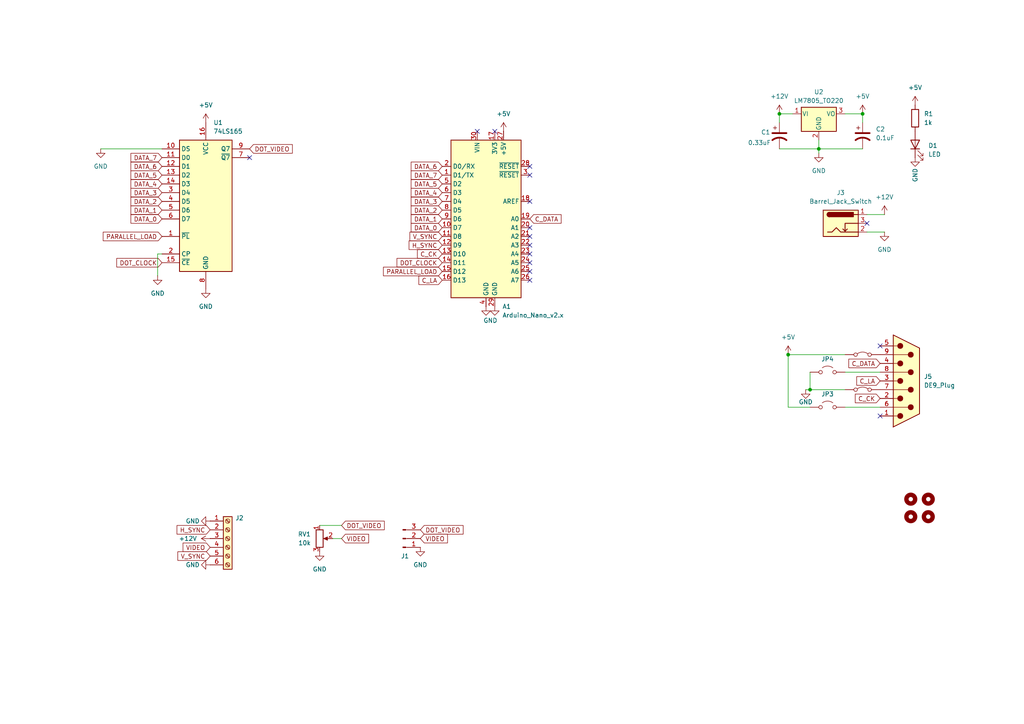
<source format=kicad_sch>
(kicad_sch (version 20231120) (generator "eeschema") (generator_version "8.0")
  (paper "A4")
  (lib_symbols
    (symbol "74xx:74LS165"
      (property "Reference" "U" (at -7.62 19.05 0))
      (property "Value" "74LS165" (at -7.62 -21.59 0))
      (symbol "74LS165_1_0"
        (pin input line (at -12.7 -10.16 0) (length 5.08) (name "~{PL}") (number "1"))
        (pin input line (at -12.7 15.24 0) (length 5.08) (name "DS") (number "10"))
        (pin input line (at -12.7 12.7 0) (length 5.08) (name "D0") (number "11"))
        (pin input line (at -12.7 10.16 0) (length 5.08) (name "D1") (number "12"))
        (pin input line (at -12.7 7.62 0) (length 5.08) (name "D2") (number "13"))
        (pin input line (at -12.7 5.08 0) (length 5.08) (name "D3") (number "14"))
        (pin input line (at -12.7 -17.78 0) (length 5.08) (name "~{CE}") (number "15"))
        (pin power_in line (at 0 22.86 270) (length 5.08) (name "VCC") (number "16"))
        (pin input line (at -12.7 -15.24 0) (length 5.08) (name "CP") (number "2"))
        (pin input line (at -12.7 2.54 0) (length 5.08) (name "D4") (number "3"))
        (pin input line (at -12.7 0 0) (length 5.08) (name "D5") (number "4"))
        (pin input line (at -12.7 -2.54 0) (length 5.08) (name "D6") (number "5"))
        (pin input line (at -12.7 -5.08 0) (length 5.08) (name "D7") (number "6"))
        (pin output line (at 12.7 12.7 180) (length 5.08) (name "~{Q7}") (number "7"))
        (pin power_in line (at 0 -25.4 90) (length 5.08) (name "GND") (number "8"))
        (pin output line (at 12.7 15.24 180) (length 5.08) (name "Q7") (number "9"))
      )
      (symbol "74LS165_1_1"
        (rectangle (start -7.62 17.78) (end 7.62 -20.32) (stroke (width 0.254)) (fill (type background)))
      )
    )
    (symbol "Connector:Barrel_Jack_Switch" (pin_names hide)
      (property "Reference" "J" (at 0 5.334 0))
      (property "Value" "Barrel_Jack_Switch" (at 0 -5.08 0))
      (symbol "Barrel_Jack_Switch_0_1"
        (rectangle (start -5.08 3.81) (end 5.08 -3.81) (stroke (width 0.254)) (fill (type background)))
        (arc (start -3.302 3.175) (mid -3.9343 2.54) (end -3.302 1.905) (stroke (width 0.254)))
        (arc (start -3.302 3.175) (mid -3.9343 2.54) (end -3.302 1.905) (stroke (width 0.254)) (fill (type outline)))
        (polyline (pts (xy 1.27 -2.286) (xy 1.905 -1.651)) (stroke (width 0.254)))
        (polyline (pts (xy 5.08 2.54) (xy 3.81 2.54)) (stroke (width 0.254)))
        (polyline (pts (xy 5.08 0) (xy 1.27 0) (xy 1.27 -2.286) (xy 0.635 -1.651)) (stroke (width 0.254)))
        (polyline (pts (xy -3.81 -2.54) (xy -2.54 -2.54) (xy -1.27 -1.27) (xy 0 -2.54) (xy 2.54 -2.54) (xy 5.08 -2.54)) (stroke (width 0.254)))
        (rectangle (start 3.683 3.175) (end -3.302 1.905) (stroke (width 0.254)) (fill (type outline)))
      )
      (symbol "Barrel_Jack_Switch_1_1"
        (pin passive line (at 7.62 2.54 180) (length 2.54) (name "~") (number "1"))
        (pin passive line (at 7.62 -2.54 180) (length 2.54) (name "~") (number "2"))
        (pin passive line (at 7.62 0 180) (length 2.54) (name "~") (number "3"))
      )
    )
    (symbol "Connector:Conn_01x03_Pin" (pin_names (offset 1.016) hide)
      (property "Reference" "J" (at 0 5.08 0))
      (property "Value" "Conn_01x03_Pin" (at 0 -5.08 0))
      (symbol "Conn_01x03_Pin_1_1"
        (polyline (pts (xy 1.27 -2.54) (xy 0.8636 -2.54)) (stroke (width 0.1524)))
        (polyline (pts (xy 1.27 0) (xy 0.8636 0)) (stroke (width 0.1524)))
        (polyline (pts (xy 1.27 2.54) (xy 0.8636 2.54)) (stroke (width 0.1524)))
        (rectangle (start 0.8636 -2.413) (end 0 -2.667) (stroke (width 0.1524)) (fill (type outline)))
        (rectangle (start 0.8636 0.127) (end 0 -0.127) (stroke (width 0.1524)) (fill (type outline)))
        (rectangle (start 0.8636 2.667) (end 0 2.413) (stroke (width 0.1524)) (fill (type outline)))
        (pin passive line (at 5.08 2.54 180) (length 3.81) (name "Pin_1") (number "1"))
        (pin passive line (at 5.08 0 180) (length 3.81) (name "Pin_2") (number "2"))
        (pin passive line (at 5.08 -2.54 180) (length 3.81) (name "Pin_3") (number "3"))
      )
    )
    (symbol "Connector:DE9_Plug" (pin_names (offset 1.016) hide)
      (property "Reference" "J" (at 0 13.97 0))
      (property "Value" "DE9_Plug" (at 0 -14.605 0))
      (symbol "DE9_Plug_0_1"
        (circle (center -1.778 -10.16) (radius 0.762) (fill (type outline)))
        (circle (center -1.778 -5.08) (radius 0.762) (fill (type outline)))
        (circle (center -1.778 0) (radius 0.762) (fill (type outline)))
        (circle (center -1.778 5.08) (radius 0.762) (fill (type outline)))
        (circle (center -1.778 10.16) (radius 0.762) (fill (type outline)))
        (polyline (pts (xy -3.81 -10.16) (xy -2.54 -10.16)))
        (polyline (pts (xy -3.81 -7.62) (xy 0.508 -7.62)))
        (polyline (pts (xy -3.81 -5.08) (xy -2.54 -5.08)))
        (polyline (pts (xy -3.81 -2.54) (xy 0.508 -2.54)))
        (polyline (pts (xy -3.81 0) (xy -2.54 0)))
        (polyline (pts (xy -3.81 2.54) (xy 0.508 2.54)))
        (polyline (pts (xy -3.81 5.08) (xy -2.54 5.08)))
        (polyline (pts (xy -3.81 7.62) (xy 0.508 7.62)))
        (polyline (pts (xy -3.81 10.16) (xy -2.54 10.16)))
        (polyline (pts (xy -3.81 -13.335) (xy -3.81 13.335) (xy 3.81 9.525) (xy 3.81 -9.525) (xy -3.81 -13.335)) (stroke (width 0.254)) (fill (type background)))
        (circle (center 1.27 -7.62) (radius 0.762) (fill (type outline)))
        (circle (center 1.27 -2.54) (radius 0.762) (fill (type outline)))
        (circle (center 1.27 2.54) (radius 0.762) (fill (type outline)))
        (circle (center 1.27 7.62) (radius 0.762) (fill (type outline)))
      )
      (symbol "DE9_Plug_1_1"
        (pin passive line (at -7.62 -10.16 0) (length 3.81) (name "1") (number "1"))
        (pin passive line (at -7.62 -5.08 0) (length 3.81) (name "2") (number "2"))
        (pin passive line (at -7.62 0 0) (length 3.81) (name "3") (number "3"))
        (pin passive line (at -7.62 5.08 0) (length 3.81) (name "4") (number "4"))
        (pin passive line (at -7.62 10.16 0) (length 3.81) (name "5") (number "5"))
        (pin passive line (at -7.62 -7.62 0) (length 3.81) (name "6") (number "6"))
        (pin passive line (at -7.62 -2.54 0) (length 3.81) (name "7") (number "7"))
        (pin passive line (at -7.62 2.54 0) (length 3.81) (name "8") (number "8"))
        (pin passive line (at -7.62 7.62 0) (length 3.81) (name "9") (number "9"))
      )
    )
    (symbol "Connector:Screw_Terminal_01x06" (pin_names (offset 1.016) hide)
      (property "Reference" "J" (at 0 7.62 0))
      (property "Value" "Screw_Terminal_01x06" (at 0 -10.16 0))
      (symbol "Screw_Terminal_01x06_1_1"
        (rectangle (start -1.27 6.35) (end 1.27 -8.89) (stroke (width 0.254)) (fill (type background)))
        (circle (center 0 -7.62) (radius 0.635) (stroke (width 0.1524)))
        (circle (center 0 -5.08) (radius 0.635) (stroke (width 0.1524)))
        (circle (center 0 -2.54) (radius 0.635) (stroke (width 0.1524)))
        (polyline (pts (xy -0.5334 -7.2898) (xy 0.3302 -8.128)) (stroke (width 0.1524)))
        (polyline (pts (xy -0.5334 -4.7498) (xy 0.3302 -5.588)) (stroke (width 0.1524)))
        (polyline (pts (xy -0.5334 -2.2098) (xy 0.3302 -3.048)) (stroke (width 0.1524)))
        (polyline (pts (xy -0.5334 0.3302) (xy 0.3302 -0.508)) (stroke (width 0.1524)))
        (polyline (pts (xy -0.5334 2.8702) (xy 0.3302 2.032)) (stroke (width 0.1524)))
        (polyline (pts (xy -0.5334 5.4102) (xy 0.3302 4.572)) (stroke (width 0.1524)))
        (polyline (pts (xy -0.3556 -7.112) (xy 0.508 -7.9502)) (stroke (width 0.1524)))
        (polyline (pts (xy -0.3556 -4.572) (xy 0.508 -5.4102)) (stroke (width 0.1524)))
        (polyline (pts (xy -0.3556 -2.032) (xy 0.508 -2.8702)) (stroke (width 0.1524)))
        (polyline (pts (xy -0.3556 0.508) (xy 0.508 -0.3302)) (stroke (width 0.1524)))
        (polyline (pts (xy -0.3556 3.048) (xy 0.508 2.2098)) (stroke (width 0.1524)))
        (polyline (pts (xy -0.3556 5.588) (xy 0.508 4.7498)) (stroke (width 0.1524)))
        (circle (center 0 0) (radius 0.635) (stroke (width 0.1524)))
        (circle (center 0 2.54) (radius 0.635) (stroke (width 0.1524)))
        (circle (center 0 5.08) (radius 0.635) (stroke (width 0.1524)))
        (pin passive line (at -5.08 5.08 0) (length 3.81) (name "Pin_1") (number "1"))
        (pin passive line (at -5.08 2.54 0) (length 3.81) (name "Pin_2") (number "2"))
        (pin passive line (at -5.08 0 0) (length 3.81) (name "Pin_3") (number "3"))
        (pin passive line (at -5.08 -2.54 0) (length 3.81) (name "Pin_4") (number "4"))
        (pin passive line (at -5.08 -5.08 0) (length 3.81) (name "Pin_5") (number "5"))
        (pin passive line (at -5.08 -7.62 0) (length 3.81) (name "Pin_6") (number "6"))
      )
    )
    (symbol "Device:C_Polarized_US" (pin_numbers hide) (pin_names (offset 0.254) hide)
      (property "Reference" "C" (at 0.635 2.54 0))
      (property "Value" "C_Polarized_US" (at 0.635 -2.54 0))
      (symbol "C_Polarized_US_0_1"
        (polyline (pts (xy -2.032 0.762) (xy 2.032 0.762)) (stroke (width 0.508)))
        (polyline (pts (xy -1.778 2.286) (xy -0.762 2.286)))
        (polyline (pts (xy -1.27 1.778) (xy -1.27 2.794)))
        (arc (start 2.032 -1.27) (mid 0 -0.5572) (end -2.032 -1.27) (stroke (width 0.508)))
      )
      (symbol "C_Polarized_US_1_1"
        (pin passive line (at 0 3.81 270) (length 2.794) (name "~") (number "1"))
        (pin passive line (at 0 -3.81 90) (length 3.302) (name "~") (number "2"))
      )
    )
    (symbol "Device:LED" (pin_numbers hide) (pin_names (offset 1.016) hide)
      (property "Reference" "D" (at 0 2.54 0))
      (property "Value" "LED" (at 0 -2.54 0))
      (symbol "LED_0_1"
        (polyline (pts (xy -1.27 -1.27) (xy -1.27 1.27)) (stroke (width 0.254)))
        (polyline (pts (xy -1.27 0) (xy 1.27 0)))
        (polyline (pts (xy 1.27 -1.27) (xy 1.27 1.27) (xy -1.27 0) (xy 1.27 -1.27)) (stroke (width 0.254)))
        (polyline (pts (xy -3.048 -0.762) (xy -4.572 -2.286) (xy -3.81 -2.286) (xy -4.572 -2.286) (xy -4.572 -1.524)))
        (polyline (pts (xy -1.778 -0.762) (xy -3.302 -2.286) (xy -2.54 -2.286) (xy -3.302 -2.286) (xy -3.302 -1.524)))
      )
      (symbol "LED_1_1"
        (pin passive line (at -3.81 0 0) (length 2.54) (name "K") (number "1"))
        (pin passive line (at 3.81 0 180) (length 2.54) (name "A") (number "2"))
      )
    )
    (symbol "Device:R" (pin_numbers hide) (pin_names (offset 0))
      (property "Reference" "R" (at 2.032 0 90))
      (property "Value" "R" (at 0 0 90))
      (symbol "R_0_1"
        (rectangle (start -1.016 -2.54) (end 1.016 2.54) (stroke (width 0.254)))
      )
      (symbol "R_1_1"
        (pin passive line (at 0 3.81 270) (length 1.27) (name "~") (number "1"))
        (pin passive line (at 0 -3.81 90) (length 1.27) (name "~") (number "2"))
      )
    )
    (symbol "Device:R_Potentiometer" (pin_names (offset 1.016) hide)
      (property "Reference" "RV" (at -4.445 0 90))
      (property "Value" "R_Potentiometer" (at -2.54 0 90))
      (symbol "R_Potentiometer_0_1"
        (polyline (pts (xy 2.54 0) (xy 1.524 0)))
        (polyline (pts (xy 1.143 0) (xy 2.286 0.508) (xy 2.286 -0.508) (xy 1.143 0)) (fill (type outline)))
        (rectangle (start 1.016 2.54) (end -1.016 -2.54) (stroke (width 0.254)))
      )
      (symbol "R_Potentiometer_1_1"
        (pin passive line (at 0 3.81 270) (length 1.27) (name "1") (number "1"))
        (pin passive line (at 3.81 0 180) (length 1.27) (name "2") (number "2"))
        (pin passive line (at 0 -3.81 90) (length 1.27) (name "3") (number "3"))
      )
    )
    (symbol "Jumper:Jumper_2_Bridged" (pin_numbers hide) (pin_names (offset 0) hide) (exclude_from_sim yes)
      (property "Reference" "JP" (at 0 1.905 0))
      (property "Value" "Jumper_2_Bridged" (at 0 -2.54 0))
      (symbol "Jumper_2_Bridged_0_0"
        (circle (center -2.032 0) (radius 0.508))
        (circle (center 2.032 0) (radius 0.508))
      )
      (symbol "Jumper_2_Bridged_0_1"
        (arc (start 1.524 0.254) (mid 0 0.762) (end -1.524 0.254))
      )
      (symbol "Jumper_2_Bridged_1_1"
        (pin passive line (at -5.08 0 0) (length 2.54) (name "A") (number "1"))
        (pin passive line (at 5.08 0 180) (length 2.54) (name "B") (number "2"))
      )
    )
    (symbol "Jumper:Jumper_2_Open" (pin_numbers hide) (pin_names (offset 0) hide) (exclude_from_sim yes)
      (property "Reference" "JP" (at 0 2.794 0))
      (property "Value" "Jumper_2_Open" (at 0 -2.286 0))
      (symbol "Jumper_2_Open_0_0"
        (circle (center -2.032 0) (radius 0.508))
        (circle (center 2.032 0) (radius 0.508))
      )
      (symbol "Jumper_2_Open_0_1"
        (arc (start 1.524 1.27) (mid 0 1.778) (end -1.524 1.27))
      )
      (symbol "Jumper_2_Open_1_1"
        (pin passive line (at -5.08 0 0) (length 2.54) (name "A") (number "1"))
        (pin passive line (at 5.08 0 180) (length 2.54) (name "B") (number "2"))
      )
    )
    (symbol "MCU_Module:Arduino_Nano_v2.x"
      (property "Reference" "A" (at -10.16 23.495 0))
      (property "Value" "Arduino_Nano_v2.x" (at 5.08 -24.13 0))
      (symbol "Arduino_Nano_v2.x_0_1"
        (rectangle (start -10.16 22.86) (end 10.16 -22.86) (stroke (width 0.254)) (fill (type background)))
      )
      (symbol "Arduino_Nano_v2.x_1_1"
        (pin bidirectional line (at -12.7 12.7 0) (length 2.54) (name "D1/TX") (number "1"))
        (pin bidirectional line (at -12.7 -2.54 0) (length 2.54) (name "D7") (number "10"))
        (pin bidirectional line (at -12.7 -5.08 0) (length 2.54) (name "D8") (number "11"))
        (pin bidirectional line (at -12.7 -7.62 0) (length 2.54) (name "D9") (number "12"))
        (pin bidirectional line (at -12.7 -10.16 0) (length 2.54) (name "D10") (number "13"))
        (pin bidirectional line (at -12.7 -12.7 0) (length 2.54) (name "D11") (number "14"))
        (pin bidirectional line (at -12.7 -15.24 0) (length 2.54) (name "D12") (number "15"))
        (pin bidirectional line (at -12.7 -17.78 0) (length 2.54) (name "D13") (number "16"))
        (pin power_out line (at 2.54 25.4 270) (length 2.54) (name "3V3") (number "17"))
        (pin input line (at 12.7 5.08 180) (length 2.54) (name "AREF") (number "18"))
        (pin bidirectional line (at 12.7 0 180) (length 2.54) (name "A0") (number "19"))
        (pin bidirectional line (at -12.7 15.24 0) (length 2.54) (name "D0/RX") (number "2"))
        (pin bidirectional line (at 12.7 -2.54 180) (length 2.54) (name "A1") (number "20"))
        (pin bidirectional line (at 12.7 -5.08 180) (length 2.54) (name "A2") (number "21"))
        (pin bidirectional line (at 12.7 -7.62 180) (length 2.54) (name "A3") (number "22"))
        (pin bidirectional line (at 12.7 -10.16 180) (length 2.54) (name "A4") (number "23"))
        (pin bidirectional line (at 12.7 -12.7 180) (length 2.54) (name "A5") (number "24"))
        (pin bidirectional line (at 12.7 -15.24 180) (length 2.54) (name "A6") (number "25"))
        (pin bidirectional line (at 12.7 -17.78 180) (length 2.54) (name "A7") (number "26"))
        (pin power_out line (at 5.08 25.4 270) (length 2.54) (name "+5V") (number "27"))
        (pin input line (at 12.7 15.24 180) (length 2.54) (name "~{RESET}") (number "28"))
        (pin power_in line (at 2.54 -25.4 90) (length 2.54) (name "GND") (number "29"))
        (pin input line (at 12.7 12.7 180) (length 2.54) (name "~{RESET}") (number "3"))
        (pin power_in line (at -2.54 25.4 270) (length 2.54) (name "VIN") (number "30"))
        (pin power_in line (at 0 -25.4 90) (length 2.54) (name "GND") (number "4"))
        (pin bidirectional line (at -12.7 10.16 0) (length 2.54) (name "D2") (number "5"))
        (pin bidirectional line (at -12.7 7.62 0) (length 2.54) (name "D3") (number "6"))
        (pin bidirectional line (at -12.7 5.08 0) (length 2.54) (name "D4") (number "7"))
        (pin bidirectional line (at -12.7 2.54 0) (length 2.54) (name "D5") (number "8"))
        (pin bidirectional line (at -12.7 0 0) (length 2.54) (name "D6") (number "9"))
      )
    )
    (symbol "Mechanical:MountingHole" (pin_names (offset 1.016)) (exclude_from_sim yes) (in_bom no)
      (property "Reference" "H" (at 0 5.08 0))
      (property "Value" "MountingHole" (at 0 3.175 0))
      (symbol "MountingHole_0_1"
        (circle (center 0 0) (radius 1.27) (stroke (width 1.27)))
      )
    )
    (symbol "Regulator_Linear:LM7805_TO220" (pin_names (offset 0.254))
      (property "Reference" "U" (at -3.81 3.175 0))
      (property "Value" "LM7805_TO220" (at 0 3.175 0))
      (symbol "LM7805_TO220_0_1"
        (rectangle (start -5.08 1.905) (end 5.08 -5.08) (stroke (width 0.254)) (fill (type background)))
      )
      (symbol "LM7805_TO220_1_1"
        (pin power_in line (at -7.62 0 0) (length 2.54) (name "VI") (number "1"))
        (pin power_in line (at 0 -7.62 90) (length 2.54) (name "GND") (number "2"))
        (pin power_out line (at 7.62 0 180) (length 2.54) (name "VO") (number "3"))
      )
    )
    (symbol "power:+12V" (power) (pin_numbers hide) (pin_names (offset 0) hide)
      (property "Value" "+12V" (at 0 3.556 0))
      (symbol "+12V_0_1"
        (polyline (pts (xy -0.762 1.27) (xy 0 2.54)))
        (polyline (pts (xy 0 0) (xy 0 2.54)))
        (polyline (pts (xy 0 2.54) (xy 0.762 1.27)))
      )
      (symbol "+12V_1_1"
        (pin power_in line (at 0 0 90) (length 0) (name "~") (number "1"))
      )
    )
    (symbol "power:+5V" (power) (pin_numbers hide) (pin_names (offset 0) hide)
      (property "Value" "+5V" (at 0 3.556 0))
      (symbol "+5V_0_1"
        (polyline (pts (xy -0.762 1.27) (xy 0 2.54)))
        (polyline (pts (xy 0 0) (xy 0 2.54)))
        (polyline (pts (xy 0 2.54) (xy 0.762 1.27)))
      )
      (symbol "+5V_1_1"
        (pin power_in line (at 0 0 90) (length 0) (name "~") (number "1"))
      )
    )
    (symbol "power:GND" (power) (pin_numbers hide) (pin_names (offset 0) hide)
      (property "Value" "GND" (at 0 -3.81 0))
      (symbol "GND_0_1"
        (polyline (pts (xy 0 0) (xy 0 -1.27) (xy 1.27 -1.27) (xy 0 -2.54) (xy -1.27 -1.27) (xy 0 -1.27)))
      )
      (symbol "GND_1_1"
        (pin power_in line (at 0 0 270) (length 0) (name "~") (number "1"))
      )
    )
  )
  (junction (at 228.6 102.87))
  (junction (at 250.19 33.02))
  (junction (at 237.49 43.18))
  (junction (at 226.06 33.02))
  (junction (at 234.95 113.03))
  (no_connect (at 153.67 58.42))
  (no_connect (at 153.67 68.58))
  (no_connect (at 153.67 73.66))
  (no_connect (at 153.67 76.2))
  (no_connect (at 153.67 81.28))
  (no_connect (at 153.67 48.26))
  (no_connect (at 153.67 66.04))
  (no_connect (at 153.67 50.8))
  (no_connect (at 143.51 38.1))
  (no_connect (at 153.67 78.74))
  (no_connect (at 251.46 64.77))
  (no_connect (at 153.67 71.12))
  (no_connect (at 138.43 38.1))
  (no_connect (at 255.27 120.65))
  (no_connect (at 255.27 100.33))
  (no_connect (at 72.39 45.72))
  (wire (pts (xy 228.6 102.87) (xy 228.6 118.11)))
  (wire (pts (xy 46.99 73.66) (xy 45.72 73.66)))
  (wire (pts (xy 245.11 118.11) (xy 255.27 118.11)))
  (wire (pts (xy 234.95 113.03) (xy 234.95 107.95)))
  (wire (pts (xy 29.21 43.18) (xy 46.99 43.18)))
  (wire (pts (xy 228.6 118.11) (xy 234.95 118.11)))
  (wire (pts (xy 234.95 113.03) (xy 245.11 113.03)))
  (wire (pts (xy 251.46 62.23) (xy 256.54 62.23)))
  (wire (pts (xy 237.49 43.18) (xy 250.19 43.18)))
  (wire (pts (xy 245.11 33.02) (xy 250.19 33.02)))
  (wire (pts (xy 226.06 35.56) (xy 226.06 33.02)))
  (wire (pts (xy 245.11 107.95) (xy 255.27 107.95)))
  (wire (pts (xy 226.06 33.02) (xy 229.87 33.02)))
  (wire (pts (xy 237.49 43.18) (xy 237.49 44.45)))
  (wire (pts (xy 250.19 33.02) (xy 250.19 35.56)))
  (wire (pts (xy 237.49 40.64) (xy 237.49 43.18)))
  (wire (pts (xy 251.46 67.31) (xy 256.54 67.31)))
  (wire (pts (xy 92.71 152.4) (xy 99.06 152.4)))
  (wire (pts (xy 245.11 102.87) (xy 228.6 102.87)))
  (wire (pts (xy 96.52 156.21) (xy 99.06 156.21)))
  (wire (pts (xy 226.06 43.18) (xy 237.49 43.18)))
  (wire (pts (xy 45.72 73.66) (xy 45.72 80.01)))
  (wire (pts (xy 233.68 113.03) (xy 234.95 113.03)))
  (global_label "H_SYNC" (shape input) (at 128.27 71.12 180) (property "Intersheetrefs" "${INTERSHEET_REFS}" (effects (hide yes))))
  (global_label "PARALLEL_LOAD" (shape input) (at 128.27 78.74 180) (property "Intersheetrefs" "${INTERSHEET_REFS}" (effects (hide yes))))
  (global_label "DATA_1" (shape input) (at 128.27 63.5 180) (property "Intersheetrefs" "${INTERSHEET_REFS}" (effects (hide yes))))
  (global_label "C_CK" (shape input) (at 128.27 73.66 180) (property "Intersheetrefs" "${INTERSHEET_REFS}" (effects (hide yes))))
  (global_label "C_CK" (shape input) (at 255.27 115.57 180) (property "Intersheetrefs" "${INTERSHEET_REFS}" (effects (hide yes))))
  (global_label "DATA_3" (shape input) (at 46.99 55.88 180) (property "Intersheetrefs" "${INTERSHEET_REFS}" (effects (hide yes))))
  (global_label "DATA_6" (shape input) (at 46.99 48.26 180) (property "Intersheetrefs" "${INTERSHEET_REFS}" (effects (hide yes))))
  (global_label "C_DATA" (shape input) (at 153.67 63.5 0) (property "Intersheetrefs" "${INTERSHEET_REFS}" (effects (hide yes))))
  (global_label "DATA_1" (shape input) (at 46.99 60.96 180) (property "Intersheetrefs" "${INTERSHEET_REFS}" (effects (hide yes))))
  (global_label "DOT_CLOCK" (shape input) (at 46.99 76.2 180) (property "Intersheetrefs" "${INTERSHEET_REFS}" (effects (hide yes))))
  (global_label "DATA_7" (shape input) (at 128.27 50.8 180) (property "Intersheetrefs" "${INTERSHEET_REFS}" (effects (hide yes))))
  (global_label "DOT_VIDEO" (shape input) (at 121.92 153.67 0) (property "Intersheetrefs" "${INTERSHEET_REFS}" (effects (hide yes))))
  (global_label "DATA_2" (shape input) (at 128.27 60.96 180) (property "Intersheetrefs" "${INTERSHEET_REFS}" (effects (hide yes))))
  (global_label "C_DATA" (shape input) (at 255.27 105.41 180) (property "Intersheetrefs" "${INTERSHEET_REFS}" (effects (hide yes))))
  (global_label "VIDEO" (shape input) (at 99.06 156.21 0) (property "Intersheetrefs" "${INTERSHEET_REFS}" (effects (hide yes))))
  (global_label "DATA_3" (shape input) (at 128.27 58.42 180) (property "Intersheetrefs" "${INTERSHEET_REFS}" (effects (hide yes))))
  (global_label "V_SYNC" (shape input) (at 128.27 68.58 180) (property "Intersheetrefs" "${INTERSHEET_REFS}" (effects (hide yes))))
  (global_label "DATA_7" (shape input) (at 46.99 45.72 180) (property "Intersheetrefs" "${INTERSHEET_REFS}" (effects (hide yes))))
  (global_label "DOT_CLOCK" (shape input) (at 128.27 76.2 180) (property "Intersheetrefs" "${INTERSHEET_REFS}" (effects (hide yes))))
  (global_label "H_SYNC" (shape input) (at 60.96 153.67 180) (property "Intersheetrefs" "${INTERSHEET_REFS}" (effects (hide yes))))
  (global_label "DATA_4" (shape input) (at 46.99 53.34 180) (property "Intersheetrefs" "${INTERSHEET_REFS}" (effects (hide yes))))
  (global_label "C_LA" (shape input) (at 128.27 81.28 180) (property "Intersheetrefs" "${INTERSHEET_REFS}" (effects (hide yes))))
  (global_label "DOT_VIDEO" (shape input) (at 99.06 152.4 0) (property "Intersheetrefs" "${INTERSHEET_REFS}" (effects (hide yes))))
  (global_label "DATA_5" (shape input) (at 46.99 50.8 180) (property "Intersheetrefs" "${INTERSHEET_REFS}" (effects (hide yes))))
  (global_label "V_SYNC" (shape input) (at 60.96 161.29 180) (property "Intersheetrefs" "${INTERSHEET_REFS}" (effects (hide yes))))
  (global_label "VIDEO" (shape input) (at 60.96 158.75 180) (property "Intersheetrefs" "${INTERSHEET_REFS}" (effects (hide yes))))
  (global_label "DATA_0" (shape input) (at 128.27 66.04 180) (property "Intersheetrefs" "${INTERSHEET_REFS}" (effects (hide yes))))
  (global_label "VIDEO" (shape input) (at 121.92 156.21 0) (property "Intersheetrefs" "${INTERSHEET_REFS}" (effects (hide yes))))
  (global_label "DATA_5" (shape input) (at 128.27 53.34 180) (property "Intersheetrefs" "${INTERSHEET_REFS}" (effects (hide yes))))
  (global_label "DATA_4" (shape input) (at 128.27 55.88 180) (property "Intersheetrefs" "${INTERSHEET_REFS}" (effects (hide yes))))
  (global_label "DATA_0" (shape input) (at 46.99 63.5 180) (property "Intersheetrefs" "${INTERSHEET_REFS}" (effects (hide yes))))
  (global_label "DATA_2" (shape input) (at 46.99 58.42 180) (property "Intersheetrefs" "${INTERSHEET_REFS}" (effects (hide yes))))
  (global_label "PARALLEL_LOAD" (shape input) (at 46.99 68.58 180) (property "Intersheetrefs" "${INTERSHEET_REFS}" (effects (hide yes))))
  (global_label "DATA_6" (shape input) (at 128.27 48.26 180) (property "Intersheetrefs" "${INTERSHEET_REFS}" (effects (hide yes))))
  (global_label "C_LA" (shape input) (at 255.27 110.49 180) (property "Intersheetrefs" "${INTERSHEET_REFS}" (effects (hide yes))))
  (global_label "DOT_VIDEO" (shape input) (at 72.39 43.18 0) (property "Intersheetrefs" "${INTERSHEET_REFS}" (effects (hide yes))))
  (symbol (lib_id "power:+5V") (at 265.43 30.48 0) (unit 1)
    (property "Reference" "#PWR018" (effects (hide yes)))
    (property "Value" "+5V" (at 265.43 25.4 0))
    (property "Description" "Power symbol creates a global label with name \"+5V\"" (effects (hide yes)))
  )
  (symbol (lib_id "power:+5V") (at 250.19 33.02 0) (unit 1)
    (property "Reference" "#PWR09" (effects (hide yes)))
    (property "Value" "+5V" (at 250.19 27.94 0))
    (property "Description" "Power symbol creates a global label with name \"+5V\"" (effects (hide yes)))
  )
  (symbol (lib_id "Connector:DE9_Plug") (at 262.89 110.49 0) (unit 1)
    (property "Reference" "J5" (at 267.97 109.2199 0) (effects (justify left)))
    (property "Value" "DE9_Plug" (at 267.97 111.7599 0) (effects (justify left)))
    (property "Footprint" "Connector_Dsub:DSUB-9_Female_Horizontal_P2.77x2.84mm_EdgePinOffset7.70mm_Housed_MountingHolesOffset9.12mm" (effects (hide yes)))
    (property "Description" "9-pin male plug pin D-SUB connector" (effects (hide yes)))
  )
  (symbol (lib_id "power:GND") (at 233.68 113.03 0) (unit 1)
    (property "Reference" "#PWR021" (effects (hide yes)))
    (property "Value" "GND" (at 233.68 116.586 0))
    (property "Description" "Power symbol creates a global label with name \"GND\" , ground" (effects (hide yes)))
  )
  (symbol (lib_id "Connector:Conn_01x03_Pin") (at 116.84 156.21 0) (mirror x) (unit 1)
    (property "Reference" "J1" (at 117.475 161.29 0))
    (property "Value" "Conn_01x03_Pin" (effects (hide yes)))
    (property "Footprint" "Connector_PinSocket_2.54mm:PinSocket_1x03_P2.54mm_Vertical" (effects (hide yes)))
    (property "Description" "Generic connector, single row, 01x03, script generated" (effects (hide yes)))
  )
  (symbol (lib_id "power:GND") (at 143.51 88.9 0) (unit 1)
    (property "Reference" "#PWR04" (effects (hide yes)))
    (property "Value" "GND" (at 142.24 92.964 0))
    (property "Description" "Power symbol creates a global label with name \"GND\" , ground" (effects (hide yes)))
  )
  (symbol (lib_id "Device:LED") (at 265.43 41.91 90) (unit 1)
    (property "Reference" "D1" (at 269.24 42.2274 90) (effects (justify right)))
    (property "Value" "LED" (at 269.24 44.7674 90) (effects (justify right)))
    (property "Footprint" "LED_THT:LED_D3.0mm" (effects (hide yes)))
    (property "Description" "Light emitting diode" (effects (hide yes)))
  )
  (symbol (lib_id "power:+5V") (at 146.05 38.1 0) (unit 1)
    (property "Reference" "#PWR03" (effects (hide yes)))
    (property "Value" "+5V" (at 146.05 33.02 0))
    (property "Description" "Power symbol creates a global label with name \"+5V\"" (effects (hide yes)))
  )
  (symbol (lib_id "power:GND") (at 237.49 44.45 0) (unit 1)
    (property "Reference" "#PWR010" (effects (hide yes)))
    (property "Value" "GND" (at 237.49 49.53 0))
    (property "Description" "Power symbol creates a global label with name \"GND\" , ground" (effects (hide yes)))
  )
  (symbol (lib_id "Jumper:Jumper_2_Open") (at 240.03 107.95 0) (unit 1) (exclude_from_sim yes)
    (property "Reference" "JP4" (at 240.03 104.14 0))
    (property "Value" "Jumper_2_Open" (effects (hide yes)))
    (property "Footprint" "Jumper:SolderJumper-2_P1.3mm_Open_RoundedPad1.0x1.5mm" (effects (hide yes)))
    (property "Description" "Jumper, 2-pole, open" (effects (hide yes)))
  )
  (symbol (lib_id "MCU_Module:Arduino_Nano_v2.x") (at 140.97 63.5 0) (unit 1)
    (property "Reference" "A1" (at 145.7041 88.9 0) (effects (justify left)))
    (property "Value" "Arduino_Nano_v2.x" (at 145.7041 91.44 0) (effects (justify left)))
    (property "Footprint" "Module:Arduino_Nano" (effects (hide yes)))
    (property "Datasheet" "https://www.arduino.cc/en/uploads/Main/ArduinoNanoManual23.pdf" (effects (hide yes)))
    (property "Description" "Arduino Nano v2.x" (effects (hide yes)))
  )
  (symbol (lib_id "Regulator_Linear:LM7805_TO220") (at 237.49 33.02 0) (unit 1)
    (property "Reference" "U2" (at 237.49 26.67 0))
    (property "Value" "LM7805_TO220" (at 237.49 29.21 0))
    (property "Footprint" "Package_TO_SOT_THT:TO-220-3_Vertical" (effects (hide yes)))
    (property "Datasheet" "https://www.onsemi.cn/PowerSolutions/document/MC7800-D.PDF" (effects (hide yes)))
    (property "Description" "Positive 1A 35V Linear Regulator, Fixed Output 5V, TO-220" (effects (hide yes)))
  )
  (symbol (lib_id "Device:R_Potentiometer") (at 92.71 156.21 0) (unit 1)
    (property "Reference" "RV1" (at 90.17 154.9399 0) (effects (justify right)))
    (property "Value" "10k" (at 90.17 157.4799 0) (effects (justify right)))
    (property "Footprint" "Potentiometer_THT:Potentiometer_Piher_PT-10-V10_Vertical" (effects (hide yes)))
    (property "Description" "Potentiometer" (effects (hide yes)))
  )
  (symbol (lib_id "Device:C_Polarized_US") (at 226.06 39.37 0) (unit 1)
    (property "Reference" "C1" (at 220.726 38.354 0) (effects (justify left)))
    (property "Value" "0.33uF" (at 216.916 41.402 0) (effects (justify left)))
    (property "Footprint" "Capacitor_THT:CP_Radial_D5.0mm_P2.00mm" (effects (hide yes)))
    (property "Description" "Polarized capacitor, US symbol" (effects (hide yes)))
  )
  (symbol (lib_id "power:+12V") (at 256.54 62.23 0) (unit 1)
    (property "Reference" "#PWR011" (effects (hide yes)))
    (property "Value" "+12V" (at 256.54 57.15 0))
    (property "Description" "Power symbol creates a global label with name \"+12V\"" (effects (hide yes)))
  )
  (symbol (lib_id "Jumper:Jumper_2_Bridged") (at 250.19 113.03 0) (unit 1) (exclude_from_sim yes)
    (property "Reference" "JP2" (effects (hide yes)))
    (property "Value" "Jumper_2_Bridged" (effects (hide yes)))
    (property "Footprint" "Jumper:SolderJumper-2_P1.3mm_Bridged_RoundedPad1.0x1.5mm" (effects (hide yes)))
    (property "Description" "Jumper, 2-pole, closed/bridged" (effects (hide yes)))
  )
  (symbol (lib_id "power:GND") (at 60.96 163.83 270) (unit 1)
    (property "Reference" "#PWR015" (effects (hide yes)))
    (property "Value" "GND" (at 55.88 163.83 90))
    (property "Description" "Power symbol creates a global label with name \"GND\" , ground" (effects (hide yes)))
  )
  (symbol (lib_id "Mechanical:MountingHole") (at 264.16 149.86 0) (unit 1) (exclude_from_sim yes) (in_bom no)
    (property "Reference" "H2" (effects (hide yes)))
    (property "Value" "MountingHole" (effects (hide yes)))
    (property "Footprint" "MountingHole:MountingHole_3.2mm_M3" (effects (hide yes)))
    (property "Description" "Mounting Hole without connection" (effects (hide yes)))
  )
  (symbol (lib_id "Connector:Screw_Terminal_01x06") (at 66.04 156.21 0) (unit 1)
    (property "Reference" "J2" (at 69.469 150.241 0))
    (property "Value" "Screw_Terminal_01x06" (effects (hide yes)))
    (property "Footprint" "TerminalBlock:TerminalBlock_Xinya_XY308-2.54-6P_1x06_P2.54mm_Horizontal" (effects (hide yes)))
    (property "Description" "Generic screw terminal, single row, 01x06, script generated (kicad-library-utils/schlib/autogen/connector/)" (effects (hide yes)))
  )
  (symbol (lib_id "power:GND") (at 121.92 158.75 0) (unit 1)
    (property "Reference" "#PWR012" (effects (hide yes)))
    (property "Value" "GND" (at 121.92 163.83 0))
    (property "Description" "Power symbol creates a global label with name \"GND\" , ground" (effects (hide yes)))
  )
  (symbol (lib_id "power:+12V") (at 226.06 33.02 0) (unit 1)
    (property "Reference" "#PWR08" (effects (hide yes)))
    (property "Value" "+12V" (at 226.06 27.94 0))
    (property "Description" "Power symbol creates a global label with name \"+12V\"" (effects (hide yes)))
  )
  (symbol (lib_id "Device:R") (at 265.43 34.29 0) (unit 1)
    (property "Reference" "R1" (at 267.97 33.0199 0) (effects (justify left)))
    (property "Value" "1k" (at 267.97 35.5599 0) (effects (justify left)))
    (property "Footprint" "Resistor_THT:R_Axial_DIN0204_L3.6mm_D1.6mm_P7.62mm_Horizontal" (effects (hide yes)))
    (property "Description" "Resistor" (effects (hide yes)))
  )
  (symbol (lib_id "power:GND") (at 59.69 83.82 0) (unit 1)
    (property "Reference" "#PWR01" (effects (hide yes)))
    (property "Value" "GND" (at 59.69 88.9 0))
    (property "Description" "Power symbol creates a global label with name \"GND\" , ground" (effects (hide yes)))
  )
  (symbol (lib_id "Connector:Barrel_Jack_Switch") (at 243.84 64.77 0) (unit 1)
    (property "Reference" "J3" (at 243.84 55.88 0))
    (property "Value" "Barrel_Jack_Switch" (at 243.84 58.42 0))
    (property "Footprint" "Connector_BarrelJack:BarrelJack_GCT_DCJ200-10-A_Horizontal" (effects (hide yes)))
    (property "Description" "DC Barrel Jack with an internal switch" (effects (hide yes)))
  )
  (symbol (lib_id "power:+12V") (at 60.96 156.21 90) (unit 1)
    (property "Reference" "#PWR014" (effects (hide yes)))
    (property "Value" "+12V" (at 57.15 156.2099 90) (effects (justify left)))
    (property "Description" "Power symbol creates a global label with name \"+12V\"" (effects (hide yes)))
  )
  (symbol (lib_id "power:GND") (at 45.72 80.01 0) (unit 1)
    (property "Reference" "#PWR06" (effects (hide yes)))
    (property "Value" "GND" (at 45.72 85.09 0))
    (property "Description" "Power symbol creates a global label with name \"GND\" , ground" (effects (hide yes)))
  )
  (symbol (lib_id "Jumper:Jumper_2_Bridged") (at 250.19 102.87 0) (unit 1) (exclude_from_sim yes)
    (property "Reference" "JP1" (effects (hide yes)))
    (property "Value" "Jumper_2_Bridged" (effects (hide yes)))
    (property "Footprint" "Jumper:SolderJumper-2_P1.3mm_Bridged_RoundedPad1.0x1.5mm" (effects (hide yes)))
    (property "Description" "Jumper, 2-pole, closed/bridged" (effects (hide yes)))
  )
  (symbol (lib_id "power:+5V") (at 228.6 102.87 0) (unit 1)
    (property "Reference" "#PWR020" (effects (hide yes)))
    (property "Value" "+5V" (at 228.6 97.79 0))
    (property "Description" "Power symbol creates a global label with name \"+5V\"" (effects (hide yes)))
  )
  (symbol (lib_id "power:GND") (at 29.21 43.18 0) (unit 1)
    (property "Reference" "#PWR07" (effects (hide yes)))
    (property "Value" "GND" (at 29.21 48.26 0))
    (property "Description" "Power symbol creates a global label with name \"GND\" , ground" (effects (hide yes)))
  )
  (symbol (lib_id "power:GND") (at 60.96 151.13 270) (unit 1)
    (property "Reference" "#PWR013" (effects (hide yes)))
    (property "Value" "GND" (at 55.88 151.13 90))
    (property "Description" "Power symbol creates a global label with name \"GND\" , ground" (effects (hide yes)))
  )
  (symbol (lib_id "Mechanical:MountingHole") (at 269.24 149.86 0) (unit 1) (exclude_from_sim yes) (in_bom no)
    (property "Reference" "H3" (effects (hide yes)))
    (property "Value" "MountingHole" (effects (hide yes)))
    (property "Footprint" "MountingHole:MountingHole_3.2mm_M3" (effects (hide yes)))
    (property "Description" "Mounting Hole without connection" (effects (hide yes)))
  )
  (symbol (lib_id "power:GND") (at 92.71 160.02 0) (unit 1)
    (property "Reference" "#PWR016" (effects (hide yes)))
    (property "Value" "GND" (at 92.71 165.1 0))
    (property "Description" "Power symbol creates a global label with name \"GND\" , ground" (effects (hide yes)))
  )
  (symbol (lib_id "power:GND") (at 256.54 67.31 0) (unit 1)
    (property "Reference" "#PWR019" (effects (hide yes)))
    (property "Value" "GND" (at 256.54 72.39 0))
    (property "Description" "Power symbol creates a global label with name \"GND\" , ground" (effects (hide yes)))
  )
  (symbol (lib_id "power:GND") (at 140.97 88.9 0) (unit 1)
    (property "Reference" "#PWR05" (effects (hide yes)))
    (property "Value" "GND" (effects (hide yes)))
    (property "Description" "Power symbol creates a global label with name \"GND\" , ground" (effects (hide yes)))
  )
  (symbol (lib_id "Jumper:Jumper_2_Open") (at 240.03 118.11 0) (unit 1) (exclude_from_sim yes)
    (property "Reference" "JP3" (at 240.03 114.3 0))
    (property "Value" "Jumper_2_Open" (effects (hide yes)))
    (property "Footprint" "Jumper:SolderJumper-2_P1.3mm_Open_RoundedPad1.0x1.5mm" (effects (hide yes)))
    (property "Description" "Jumper, 2-pole, open" (effects (hide yes)))
  )
  (symbol (lib_id "Mechanical:MountingHole") (at 264.16 144.78 0) (unit 1) (exclude_from_sim yes) (in_bom no)
    (property "Reference" "H1" (effects (hide yes)))
    (property "Value" "MountingHole" (effects (hide yes)))
    (property "Footprint" "MountingHole:MountingHole_3.2mm_M3" (effects (hide yes)))
    (property "Description" "Mounting Hole without connection" (effects (hide yes)))
  )
  (symbol (lib_id "power:+5V") (at 59.69 35.56 0) (unit 1)
    (property "Reference" "#PWR02" (effects (hide yes)))
    (property "Value" "+5V" (at 59.69 30.48 0))
    (property "Description" "Power symbol creates a global label with name \"+5V\"" (effects (hide yes)))
  )
  (symbol (lib_id "74xx:74LS165") (at 59.69 58.42 0) (unit 1)
    (property "Reference" "U1" (at 61.8841 35.56 0) (effects (justify left)))
    (property "Value" "74LS165" (at 61.8841 38.1 0) (effects (justify left)))
    (property "Footprint" "Package_DIP:DIP-16_W7.62mm_Socket" (effects (hide yes)))
    (property "Datasheet" "https://www.ti.com/lit/ds/symlink/sn74ls165a.pdf" (effects (hide yes)))
    (property "Description" "Shift Register 8-bit, parallel load" (effects (hide yes)))
  )
  (symbol (lib_id "Mechanical:MountingHole") (at 269.24 144.78 0) (unit 1) (exclude_from_sim yes) (in_bom no)
    (property "Reference" "H4" (effects (hide yes)))
    (property "Value" "MountingHole" (effects (hide yes)))
    (property "Footprint" "MountingHole:MountingHole_3.2mm_M3" (effects (hide yes)))
    (property "Description" "Mounting Hole without connection" (effects (hide yes)))
  )
  (symbol (lib_id "Device:C_Polarized_US") (at 250.19 39.37 0) (unit 1)
    (property "Reference" "C2" (at 254 37.4649 0) (effects (justify left)))
    (property "Value" "0.1uF" (at 254 40.0049 0) (effects (justify left)))
    (property "Footprint" "Capacitor_THT:CP_Radial_D4.0mm_P1.50mm" (effects (hide yes)))
    (property "Description" "Polarized capacitor, US symbol" (effects (hide yes)))
  )
  (symbol (lib_id "power:GND") (at 265.43 45.72 0) (unit 1)
    (property "Reference" "#PWR017" (effects (hide yes)))
    (property "Value" "GND" (at 265.43 50.8 90))
    (property "Description" "Power symbol creates a global label with name \"GND\" , ground" (effects (hide yes)))
  )
)
</source>
